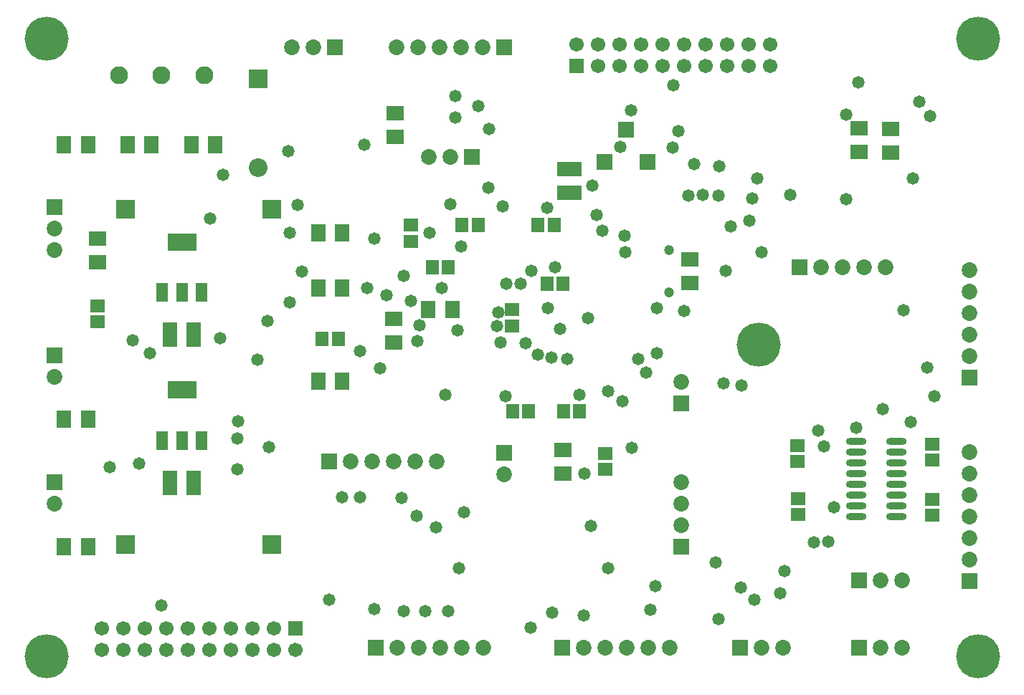
<source format=gbr>
G04 Layer_Color=16711935*
%FSLAX23Y23*%
%MOIN*%
%TF.FileFunction,Soldermask,Bot*%
%TF.Part,Single*%
G01*
G75*
%TA.AperFunction,SMDPad*%
%ADD55R,0.071X0.079*%
%TA.AperFunction,SMDPad*%
%ADD56O,0.095X0.032*%
%TA.AperFunction,SMDPad*%
%ADD57R,0.067X0.059*%
%TA.AperFunction,SMDPad*%
%ADD60R,0.059X0.067*%
%TA.AperFunction,ViaPad*%
%ADD64C,0.073*%
%TA.AperFunction,ViaPad*%
%ADD65R,0.073X0.073*%
%TA.AperFunction,ViaPad*%
%ADD66C,0.067*%
%TA.AperFunction,ViaPad*%
%ADD67R,0.067X0.067*%
%TA.AperFunction,ConnectorPad*%
%ADD68C,0.205*%
%TA.AperFunction,ViaPad*%
%ADD69C,0.087*%
%TA.AperFunction,ViaPad*%
%ADD70R,0.087X0.087*%
%TA.AperFunction,ViaPad*%
%ADD71R,0.073X0.073*%
%TA.AperFunction,ViaPad*%
%ADD72R,0.087X0.087*%
%TA.AperFunction,ViaPad*%
%ADD73C,0.083*%
%TA.AperFunction,ViaPad*%
%ADD74C,0.047*%
%TA.AperFunction,ViaPad*%
%ADD75C,0.058*%
%TA.AperFunction,SMDPad*%
%ADD76R,0.079X0.071*%
%TA.AperFunction,SMDPad*%
%ADD77R,0.133X0.083*%
%TA.AperFunction,SMDPad*%
%ADD78R,0.055X0.091*%
%TA.AperFunction,SMDPad*%
%ADD79R,0.071X0.114*%
%TA.AperFunction,SMDPad*%
%ADD80R,0.114X0.071*%
D55*
X2516Y3504D02*
D03*
X2406D02*
D03*
X2516Y3248D02*
D03*
X2406D02*
D03*
X2516Y2815D02*
D03*
X2406D02*
D03*
X3028Y3150D02*
D03*
X2917D02*
D03*
X1335Y3917D02*
D03*
X1224D02*
D03*
X1224Y2638D02*
D03*
X1335D02*
D03*
X1335Y2047D02*
D03*
X1224D02*
D03*
X1925Y3917D02*
D03*
X1815D02*
D03*
X1630D02*
D03*
X1520D02*
D03*
D56*
X4906Y2187D02*
D03*
Y2237D02*
D03*
Y2287D02*
D03*
Y2337D02*
D03*
Y2387D02*
D03*
Y2437D02*
D03*
Y2487D02*
D03*
Y2537D02*
D03*
X5094Y2187D02*
D03*
Y2237D02*
D03*
Y2287D02*
D03*
Y2337D02*
D03*
Y2387D02*
D03*
Y2437D02*
D03*
Y2487D02*
D03*
Y2537D02*
D03*
D57*
X3307Y3073D02*
D03*
Y3148D02*
D03*
X4635Y2195D02*
D03*
Y2269D02*
D03*
X4634Y2516D02*
D03*
Y2442D02*
D03*
X5258Y2265D02*
D03*
Y2191D02*
D03*
X5258Y2522D02*
D03*
Y2448D02*
D03*
X3740Y2404D02*
D03*
Y2478D02*
D03*
X2835Y3541D02*
D03*
Y3467D02*
D03*
X1378Y3167D02*
D03*
Y3093D02*
D03*
D60*
X3502Y3543D02*
D03*
X3427D02*
D03*
X3010Y3346D02*
D03*
X2935D02*
D03*
X3542Y3269D02*
D03*
X3468D02*
D03*
X3384Y2677D02*
D03*
X3309D02*
D03*
X3620D02*
D03*
X3545D02*
D03*
X3073Y3543D02*
D03*
X3148D02*
D03*
X2423Y3012D02*
D03*
X2498D02*
D03*
D64*
X4567Y1575D02*
D03*
X4467D02*
D03*
X1181Y2246D02*
D03*
Y2836D02*
D03*
X1181Y3425D02*
D03*
Y3525D02*
D03*
X2921Y3860D02*
D03*
X3021D02*
D03*
X3640Y1575D02*
D03*
X3740D02*
D03*
X3840D02*
D03*
X3940D02*
D03*
X4040D02*
D03*
X2774D02*
D03*
X2874D02*
D03*
X2974D02*
D03*
X3074D02*
D03*
X3174D02*
D03*
X4743Y3346D02*
D03*
X4843D02*
D03*
X4943D02*
D03*
X5043D02*
D03*
X5433Y2931D02*
D03*
Y3031D02*
D03*
Y3131D02*
D03*
Y3231D02*
D03*
Y3331D02*
D03*
Y2387D02*
D03*
Y2287D02*
D03*
Y2187D02*
D03*
Y2087D02*
D03*
Y1987D02*
D03*
Y2487D02*
D03*
X3171Y4370D02*
D03*
X3071D02*
D03*
X2971D02*
D03*
X2871D02*
D03*
X2771D02*
D03*
X2283D02*
D03*
X2383D02*
D03*
X3268Y2383D02*
D03*
X2557Y2441D02*
D03*
X2657D02*
D03*
X2757D02*
D03*
X2857D02*
D03*
X2957D02*
D03*
X4094Y2813D02*
D03*
Y2144D02*
D03*
Y2244D02*
D03*
Y2344D02*
D03*
X5118Y1575D02*
D03*
X5018D02*
D03*
X5118Y1890D02*
D03*
X5018D02*
D03*
D65*
X4367Y1575D02*
D03*
X3121Y3860D02*
D03*
X3540Y1575D02*
D03*
X2674D02*
D03*
X4643Y3346D02*
D03*
X3737Y3837D02*
D03*
X3271Y4370D02*
D03*
X2483D02*
D03*
X2457Y2441D02*
D03*
X4918Y1575D02*
D03*
X4918Y1890D02*
D03*
D66*
X1700Y1664D02*
D03*
Y1564D02*
D03*
X1800Y1664D02*
D03*
Y1564D02*
D03*
X2300D02*
D03*
X2200Y1664D02*
D03*
Y1564D02*
D03*
X2100Y1664D02*
D03*
Y1564D02*
D03*
X2000Y1664D02*
D03*
Y1564D02*
D03*
X1900Y1664D02*
D03*
Y1564D02*
D03*
X1600D02*
D03*
Y1664D02*
D03*
X1500Y1564D02*
D03*
Y1664D02*
D03*
X1400Y1564D02*
D03*
Y1664D02*
D03*
X4205Y4281D02*
D03*
Y4381D02*
D03*
X4105Y4281D02*
D03*
Y4381D02*
D03*
X3605D02*
D03*
X3705Y4281D02*
D03*
Y4381D02*
D03*
X3805Y4281D02*
D03*
Y4381D02*
D03*
X3905Y4281D02*
D03*
Y4381D02*
D03*
X4005Y4281D02*
D03*
Y4381D02*
D03*
X4305D02*
D03*
Y4281D02*
D03*
X4405Y4381D02*
D03*
Y4281D02*
D03*
X4505Y4381D02*
D03*
Y4281D02*
D03*
D67*
X2300Y1664D02*
D03*
X3605Y4281D02*
D03*
D68*
X4454Y2985D02*
D03*
X5472Y4409D02*
D03*
Y1535D02*
D03*
X1142D02*
D03*
Y4409D02*
D03*
D69*
X2126Y3810D02*
D03*
D70*
Y4222D02*
D03*
D71*
X1181Y2346D02*
D03*
Y2936D02*
D03*
X1181Y3625D02*
D03*
X5433Y2831D02*
D03*
Y1887D02*
D03*
X3837Y3987D02*
D03*
X3937Y3837D02*
D03*
X3268Y2483D02*
D03*
X4094Y2713D02*
D03*
Y2044D02*
D03*
D72*
X2191Y3615D02*
D03*
X1510D02*
D03*
X2191Y2054D02*
D03*
X1510D02*
D03*
D73*
X1675Y4238D02*
D03*
X1875D02*
D03*
X1478D02*
D03*
D74*
X4035Y3228D02*
D03*
Y3425D02*
D03*
D75*
X3276Y2747D02*
D03*
X4298Y3330D02*
D03*
X3862Y2506D02*
D03*
X3010Y1746D02*
D03*
X3243Y3134D02*
D03*
X4445Y3759D02*
D03*
X2600Y2956D02*
D03*
X1542Y3004D02*
D03*
X5028Y2687D02*
D03*
X5161Y2624D02*
D03*
X5269Y2746D02*
D03*
X5235Y2878D02*
D03*
X3979Y2944D02*
D03*
X5127Y3144D02*
D03*
X4372Y2796D02*
D03*
X4289Y2806D02*
D03*
X3084Y2204D02*
D03*
X2455Y1798D02*
D03*
X3563Y2919D02*
D03*
X3948Y1751D02*
D03*
X3972Y1861D02*
D03*
X3052Y3051D02*
D03*
X2867Y3003D02*
D03*
X2122Y2914D02*
D03*
X3672Y2143D02*
D03*
X3639Y1726D02*
D03*
X3493Y1738D02*
D03*
X3393Y1669D02*
D03*
X1903Y3573D02*
D03*
X1435Y2416D02*
D03*
X4553Y1830D02*
D03*
X4267Y1710D02*
D03*
X3044Y4143D02*
D03*
X3042Y4043D02*
D03*
X3149Y4097D02*
D03*
X2981Y3249D02*
D03*
X3931Y2855D02*
D03*
X3893Y2919D02*
D03*
X3470Y3622D02*
D03*
X2723Y3217D02*
D03*
X2835Y3188D02*
D03*
X4252Y1973D02*
D03*
X4572Y1932D02*
D03*
X4906Y2598D02*
D03*
X4370Y1854D02*
D03*
X4434Y1800D02*
D03*
X4804Y2229D02*
D03*
X4757Y2511D02*
D03*
X4728Y2585D02*
D03*
X2598Y2277D02*
D03*
X2517D02*
D03*
X1962Y3777D02*
D03*
X1622Y2944D02*
D03*
X3068Y3443D02*
D03*
X3753Y2768D02*
D03*
X3819Y2722D02*
D03*
X2954Y2137D02*
D03*
X2666Y1756D02*
D03*
X2804Y1746D02*
D03*
X3490Y2924D02*
D03*
X2904Y1745D02*
D03*
X2621Y3916D02*
D03*
X3752Y1947D02*
D03*
X3058D02*
D03*
X2634Y3248D02*
D03*
X2693Y2874D02*
D03*
X3643Y2386D02*
D03*
X3425Y2938D02*
D03*
X3658Y3110D02*
D03*
X3237Y3071D02*
D03*
X4775Y2070D02*
D03*
X4709Y2067D02*
D03*
X4860Y3661D02*
D03*
X4858Y4055D02*
D03*
X1573Y2431D02*
D03*
X2875Y3075D02*
D03*
X3810Y3906D02*
D03*
X4054Y3902D02*
D03*
X4081Y3980D02*
D03*
X4126Y3678D02*
D03*
X4057Y4193D02*
D03*
X3264Y3628D02*
D03*
X3020Y3638D02*
D03*
X3197Y3717D02*
D03*
X2309Y3636D02*
D03*
X2267Y3884D02*
D03*
X3201Y3988D02*
D03*
X3858Y4077D02*
D03*
X4154Y3826D02*
D03*
X4192Y3681D02*
D03*
X4270Y3814D02*
D03*
X4267Y3678D02*
D03*
X3505Y3346D02*
D03*
X3978Y3157D02*
D03*
X4105Y3141D02*
D03*
X3474Y3156D02*
D03*
X3528Y3060D02*
D03*
X3618Y2751D02*
D03*
X3680Y3724D02*
D03*
X3832Y3415D02*
D03*
X3830Y3493D02*
D03*
X5251Y4050D02*
D03*
X5201Y4117D02*
D03*
X5169Y3758D02*
D03*
X4916Y4204D02*
D03*
X4465Y3415D02*
D03*
X4323Y3536D02*
D03*
X3727Y3516D02*
D03*
X4423Y3665D02*
D03*
X3700Y3590D02*
D03*
X4411Y3563D02*
D03*
X4601Y3681D02*
D03*
X1677Y1771D02*
D03*
X3396Y3328D02*
D03*
X3347Y3268D02*
D03*
X3280Y3269D02*
D03*
X2803Y3305D02*
D03*
X2030Y2406D02*
D03*
X1948Y3017D02*
D03*
X2028Y2549D02*
D03*
X2033Y2628D02*
D03*
X2864Y2189D02*
D03*
X3370Y2993D02*
D03*
X3254Y2997D02*
D03*
X2995Y2753D02*
D03*
X2667Y3478D02*
D03*
X2177Y2510D02*
D03*
X2922Y3505D02*
D03*
X2272Y3504D02*
D03*
X2331Y3326D02*
D03*
X2274Y3183D02*
D03*
X2171Y3096D02*
D03*
X2793Y2272D02*
D03*
D76*
X4134Y3272D02*
D03*
Y3382D02*
D03*
X2764Y3953D02*
D03*
Y4063D02*
D03*
X2756Y2996D02*
D03*
Y3106D02*
D03*
X3543Y2386D02*
D03*
Y2496D02*
D03*
X4921Y3882D02*
D03*
Y3992D02*
D03*
X5065Y3990D02*
D03*
Y3880D02*
D03*
X1378Y3370D02*
D03*
Y3480D02*
D03*
D77*
X1772Y3463D02*
D03*
Y2774D02*
D03*
D78*
X1862Y3228D02*
D03*
X1772D02*
D03*
X1681D02*
D03*
Y2539D02*
D03*
X1772D02*
D03*
X1862D02*
D03*
D79*
X1827Y3031D02*
D03*
X1717D02*
D03*
X1827Y2343D02*
D03*
X1717D02*
D03*
D80*
X3573Y3802D02*
D03*
Y3692D02*
D03*
%TF.MD5,FE14DABDF3D0D793BE22ECB73358E0F8*%
M02*

</source>
